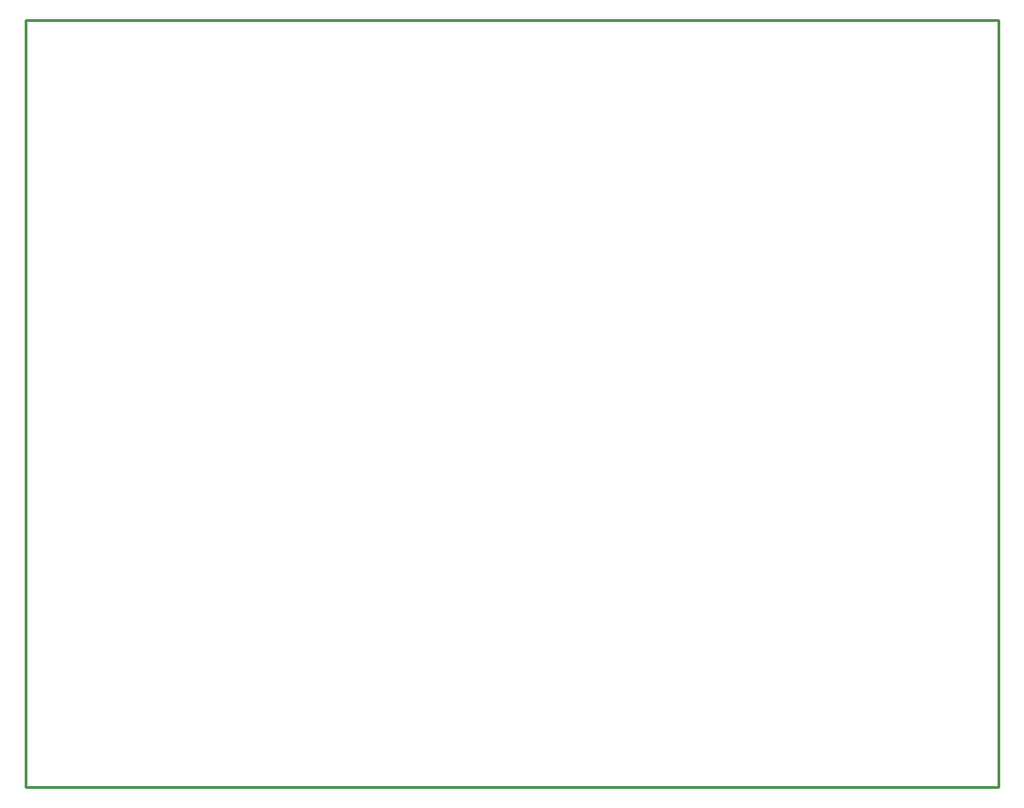
<source format=gbr>
G04 EAGLE Gerber RS-274X export*
G75*
%MOMM*%
%FSLAX34Y34*%
%LPD*%
%IN*%
%IPPOS*%
%AMOC8*
5,1,8,0,0,1.08239X$1,22.5*%
G01*
%ADD10C,0.254000*%


D10*
X0Y0D02*
X901700Y0D01*
X901700Y711200D01*
X0Y711200D01*
X0Y0D01*
M02*

</source>
